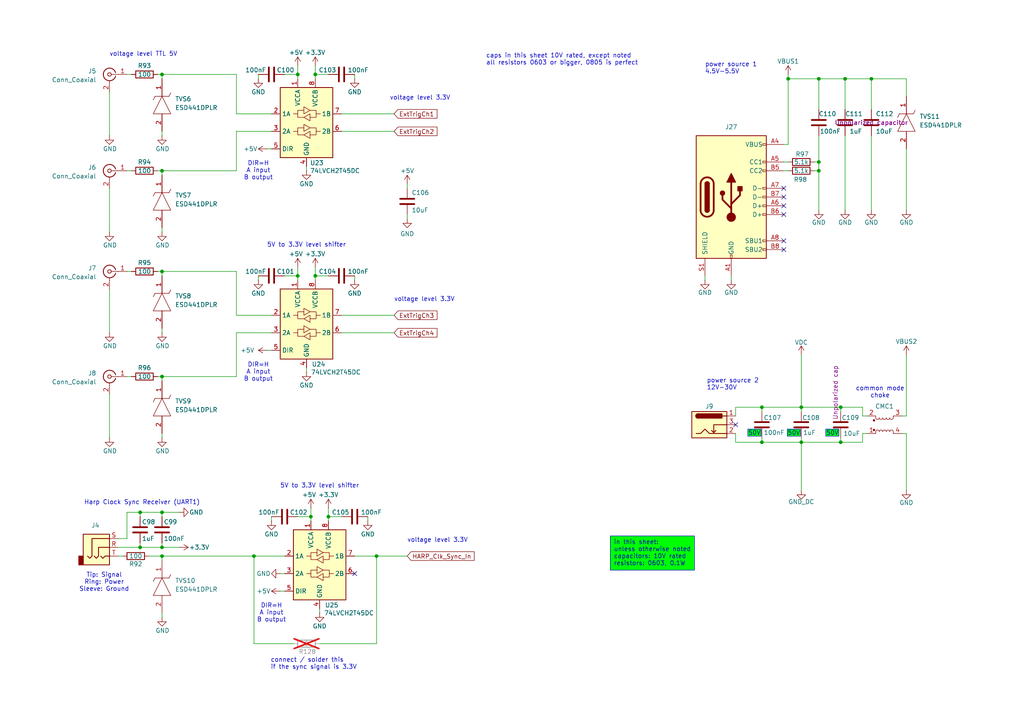
<source format=kicad_sch>
(kicad_sch (version 20250114) (generator "eeschema") (generator_version "9.0")
  (paper "A4")
  (title_block (title "harp device quad dac") (date "2025-07-15") (rev "1.1") (company "The Allen Institute") (comment 1 "Hexabitz"))
  (text "5V to 3.3V level shifter" (at 92.71 140.97 0) (effects (font (size 1.27 1.27))))
  (text "connect / solder this\nif the sync signal is 3.3V" (at 78.486 194.31 0) (effects (font (size 1.27 1.27)) (justify left bottom)))
  (text "voltage level 3.3V" (at 114.3 87.63 0) (effects (font (size 1.27 1.27)) (justify left bottom)))
  (text "caps in this sheet 10V rated, except noted\nall resistors 0603 or bigger, 0805 is perfect" (at 140.97 17.272 0) (effects (font (size 1.27 1.27)) (justify left)))
  (text "voltage level 3.3V" (at 118.11 157.48 0) (effects (font (size 1.27 1.27)) (justify left bottom)))
  (text "power source 1\n4.5V-5.5V" (at 204.47 21.59 0) (effects (font (size 1.27 1.27)) (justify left bottom)))
  (text "voltage level TTL 5V" (at 31.75 16.51 0) (effects (font (size 1.27 1.27)) (justify left bottom)))
  (text "common mode\nchoke" (at 255.27 115.57 0) (effects (font (size 1.27 1.27)) (justify bottom)))
  (text "voltage level 3.3V" (at 113.03 29.21 0) (effects (font (size 1.27 1.27)) (justify left bottom)))
  (text "Tip: Signal\nRing: Power\nSleeve: Ground" (at 30.226 168.91 0) (effects (font (size 1.27 1.27))))
  (text "power source 2\n12V-30V" (at 204.978 113.284 0) (effects (font (size 1.27 1.27)) (justify left bottom)))
  (text "DIR=H\nA input\nB output" (at 78.74 177.8 0) (effects (font (size 1.27 1.27))))
  (text "DIR=H\nA input\nB output" (at 74.93 49.53 0) (effects (font (size 1.27 1.27))))
  (text "Harp Clock Sync Receiver (UART1)" (at 24.384 146.558 0) (effects (font (size 1.27 1.27)) (justify left bottom)))
  (text "DIR=H\nA input\nB output" (at 74.93 107.95 0) (effects (font (size 1.27 1.27))))
  (text "5V to 3.3V level shifter" (at 88.9 71.12 0) (effects (font (size 1.27 1.27))))
  (text_box "in this sheet:\nunless otherwise noted\ncapacitors: 10V rated \nresistors: 0603, 0.1W" (at 177.038 155.448 0) (size 24.384 9.906) (margins 0.9525 0.9525 0.9525 0.9525) (fill (type color) (color 0 255 0 1)) (effects (font (size 1.27 1.27)) (justify left top)))
  (text_box "50V" (at 228.346 124.46 0) (size 3.81 2.032) (margins 0.9525 0.9525 0.9525 0.9525) (fill (type color) (color 0 255 0 1)) (effects (font (size 1.27 1.27))))
  (text_box "50V" (at 216.916 124.46 0) (size 3.81 2.032) (margins 0.9525 0.9525 0.9525 0.9525) (fill (type color) (color 0 255 0 1)) (effects (font (size 1.27 1.27))))
  (text_box "50V" (at 239.522 124.46 0) (size 3.81 2.032) (margins 0.9525 0.9525 0.9525 0.9525) (fill (type color) (color 0 255 0 1)) (effects (font (size 1.27 1.27))))
  (junction (at 46.99 78.74))
  (junction (at 232.41 118.11))
  (junction (at 237.49 22.86))
  (junction (at 46.99 161.29))
  (junction (at 40.64 148.59))
  (junction (at 237.49 46.99))
  (junction (at 220.98 128.27))
  (junction (at 86.36 80.01))
  (junction (at 46.99 21.59))
  (junction (at 243.84 128.27))
  (junction (at 90.17 149.86))
  (junction (at 232.41 128.27))
  (junction (at 245.11 22.86))
  (junction (at 46.99 109.22))
  (junction (at 95.25 149.86))
  (junction (at 86.36 21.59))
  (junction (at 46.99 158.75))
  (junction (at 40.64 158.75))
  (junction (at 91.44 21.59))
  (junction (at 243.84 118.11))
  (junction (at 237.49 49.53))
  (junction (at 46.99 49.53))
  (junction (at 73.66 161.29))
  (junction (at 228.6 22.86))
  (junction (at 109.22 161.29))
  (junction (at 220.98 118.11))
  (junction (at 252.73 22.86))
  (junction (at 91.44 80.01))
  (junction (at 46.99 148.59))
  (no_connect (at 102.87 166.37))
  (no_connect (at 213.36 123.19))
  (no_connect (at 227.33 62.23))
  (no_connect (at 227.33 54.61))
  (no_connect (at 227.33 59.69))
  (no_connect (at 227.33 57.15))
  (no_connect (at 227.33 69.85))
  (no_connect (at 227.33 72.39))
  (wire (pts (xy 213.36 120.65) (xy 213.36 118.11)))
  (wire (pts (xy 46.99 148.59) (xy 52.07 148.59)))
  (wire (pts (xy 237.49 22.86) (xy 245.11 22.86)))
  (wire (pts (xy 262.89 27.94) (xy 262.89 22.86)))
  (wire (pts (xy 109.22 186.69) (xy 92.71 186.69)))
  (wire (pts (xy 46.99 127) (xy 46.99 125.73)))
  (wire (pts (xy 86.36 21.59) (xy 86.36 22.86)))
  (wire (pts (xy 31.75 127) (xy 31.75 114.3)))
  (wire (pts (xy 31.75 39.37) (xy 31.75 26.67)))
  (wire (pts (xy 251.46 120.65) (xy 250.19 120.65)))
  (wire (pts (xy 86.36 77.47) (xy 86.36 80.01)))
  (wire (pts (xy 82.55 21.59) (xy 86.36 21.59)))
  (wire (pts (xy 220.98 128.27) (xy 232.41 128.27)))
  (wire (pts (xy 46.99 109.22) (xy 68.58 109.22)))
  (wire (pts (xy 237.49 22.86) (xy 237.49 31.75)))
  (wire (pts (xy 34.29 156.21) (xy 36.83 156.21)))
  (wire (pts (xy 204.47 81.28) (xy 204.47 80.01)))
  (wire (pts (xy 220.98 127) (xy 220.98 128.27)))
  (wire (pts (xy 262.89 43.18) (xy 262.89 60.96)))
  (wire (pts (xy 31.75 96.52) (xy 31.75 83.82)))
  (wire (pts (xy 220.98 118.11) (xy 220.98 119.38)))
  (wire (pts (xy 118.11 53.34) (xy 118.11 54.61)))
  (wire (pts (xy 243.84 127) (xy 243.84 128.27)))
  (wire (pts (xy 77.47 101.6) (xy 78.74 101.6)))
  (wire (pts (xy 74.93 22.86) (xy 74.93 21.59)))
  (wire (pts (xy 237.49 39.37) (xy 237.49 46.99)))
  (wire (pts (xy 252.73 22.86) (xy 252.73 31.75)))
  (wire (pts (xy 86.36 80.01) (xy 86.36 81.28)))
  (wire (pts (xy 220.98 118.11) (xy 232.41 118.11)))
  (wire (pts (xy 261.62 125.73) (xy 262.89 125.73)))
  (wire (pts (xy 91.44 80.01) (xy 91.44 81.28)))
  (wire (pts (xy 36.83 21.59) (xy 38.1 21.59)))
  (wire (pts (xy 250.19 125.73) (xy 250.19 128.27)))
  (wire (pts (xy 73.66 186.69) (xy 73.66 161.29)))
  (wire (pts (xy 227.33 49.53) (xy 228.6 49.53)))
  (wire (pts (xy 232.41 128.27) (xy 243.84 128.27)))
  (wire (pts (xy 99.06 33.02) (xy 114.3 33.02)))
  (wire (pts (xy 43.18 161.29) (xy 46.99 161.29)))
  (wire (pts (xy 81.28 171.45) (xy 82.55 171.45)))
  (wire (pts (xy 102.87 161.29) (xy 109.22 161.29)))
  (wire (pts (xy 86.36 149.86) (xy 90.17 149.86)))
  (wire (pts (xy 236.22 46.99) (xy 237.49 46.99)))
  (wire (pts (xy 109.22 161.29) (xy 118.11 161.29)))
  (wire (pts (xy 252.73 22.86) (xy 245.11 22.86)))
  (wire (pts (xy 232.41 118.11) (xy 232.41 119.38)))
  (wire (pts (xy 46.99 157.48) (xy 46.99 158.75)))
  (wire (pts (xy 40.64 148.59) (xy 40.64 149.86)))
  (wire (pts (xy 73.66 161.29) (xy 82.55 161.29)))
  (wire (pts (xy 46.99 66.04) (xy 46.99 67.31)))
  (wire (pts (xy 262.89 120.65) (xy 262.89 102.87)))
  (wire (pts (xy 228.6 22.86) (xy 237.49 22.86)))
  (wire (pts (xy 36.83 156.21) (xy 36.83 148.59)))
  (wire (pts (xy 46.99 158.75) (xy 52.07 158.75)))
  (wire (pts (xy 213.36 125.73) (xy 213.36 128.27)))
  (wire (pts (xy 34.29 161.29) (xy 35.56 161.29)))
  (wire (pts (xy 212.09 81.28) (xy 212.09 80.01)))
  (wire (pts (xy 34.29 158.75) (xy 40.64 158.75)))
  (wire (pts (xy 245.11 39.37) (xy 245.11 60.96)))
  (wire (pts (xy 36.83 78.74) (xy 38.1 78.74)))
  (wire (pts (xy 102.87 22.86) (xy 102.87 21.59)))
  (wire (pts (xy 91.44 80.01) (xy 95.25 80.01)))
  (wire (pts (xy 90.17 149.86) (xy 90.17 151.13)))
  (wire (pts (xy 227.33 41.91) (xy 228.6 41.91)))
  (wire (pts (xy 250.19 120.65) (xy 250.19 118.11)))
  (wire (pts (xy 78.74 38.1) (xy 68.58 38.1)))
  (wire (pts (xy 251.46 125.73) (xy 250.19 125.73)))
  (wire (pts (xy 68.58 78.74) (xy 68.58 91.44)))
  (wire (pts (xy 68.58 33.02) (xy 68.58 21.59)))
  (wire (pts (xy 95.25 149.86) (xy 99.06 149.86)))
  (wire (pts (xy 252.73 60.96) (xy 252.73 39.37)))
  (wire (pts (xy 99.06 96.52) (xy 114.3 96.52)))
  (wire (pts (xy 45.72 49.53) (xy 46.99 49.53)))
  (wire (pts (xy 213.36 118.11) (xy 220.98 118.11)))
  (wire (pts (xy 106.68 151.13) (xy 106.68 149.86)))
  (wire (pts (xy 99.06 38.1) (xy 114.3 38.1)))
  (wire (pts (xy 46.99 80.01) (xy 46.99 78.74)))
  (wire (pts (xy 31.75 67.31) (xy 31.75 54.61)))
  (wire (pts (xy 95.25 149.86) (xy 95.25 151.13)))
  (wire (pts (xy 68.58 38.1) (xy 68.58 49.53)))
  (wire (pts (xy 99.06 91.44) (xy 114.3 91.44)))
  (wire (pts (xy 237.49 49.53) (xy 237.49 60.96)))
  (wire (pts (xy 232.41 128.27) (xy 232.41 142.24)))
  (wire (pts (xy 261.62 120.65) (xy 262.89 120.65)))
  (wire (pts (xy 237.49 49.53) (xy 237.49 46.99)))
  (wire (pts (xy 82.55 80.01) (xy 86.36 80.01)))
  (wire (pts (xy 243.84 118.11) (xy 243.84 119.38)))
  (wire (pts (xy 45.72 78.74) (xy 46.99 78.74)))
  (wire (pts (xy 245.11 22.86) (xy 245.11 31.75)))
  (wire (pts (xy 102.87 81.28) (xy 102.87 80.01)))
  (wire (pts (xy 46.99 110.49) (xy 46.99 109.22)))
  (wire (pts (xy 262.89 22.86) (xy 252.73 22.86)))
  (wire (pts (xy 243.84 128.27) (xy 250.19 128.27)))
  (wire (pts (xy 46.99 162.56) (xy 46.99 161.29)))
  (wire (pts (xy 77.47 43.18) (xy 78.74 43.18)))
  (wire (pts (xy 91.44 21.59) (xy 95.25 21.59)))
  (wire (pts (xy 46.99 161.29) (xy 73.66 161.29)))
  (wire (pts (xy 95.25 147.32) (xy 95.25 149.86)))
  (wire (pts (xy 109.22 161.29) (xy 109.22 186.69)))
  (wire (pts (xy 40.64 148.59) (xy 46.99 148.59)))
  (wire (pts (xy 88.9 48.26) (xy 88.9 49.53)))
  (wire (pts (xy 81.28 166.37) (xy 82.55 166.37)))
  (wire (pts (xy 232.41 127) (xy 232.41 128.27)))
  (wire (pts (xy 262.89 142.24) (xy 262.89 125.73)))
  (wire (pts (xy 78.74 91.44) (xy 68.58 91.44)))
  (wire (pts (xy 227.33 46.99) (xy 228.6 46.99)))
  (wire (pts (xy 243.84 118.11) (xy 250.19 118.11)))
  (wire (pts (xy 228.6 22.86) (xy 228.6 41.91)))
  (wire (pts (xy 40.64 158.75) (xy 46.99 158.75)))
  (wire (pts (xy 40.64 157.48) (xy 40.64 158.75)))
  (wire (pts (xy 36.83 148.59) (xy 40.64 148.59)))
  (wire (pts (xy 68.58 96.52) (xy 68.58 109.22)))
  (wire (pts (xy 228.6 22.86) (xy 228.6 21.59)))
  (wire (pts (xy 46.99 22.86) (xy 46.99 21.59)))
  (wire (pts (xy 92.71 176.53) (xy 92.71 177.8)))
  (wire (pts (xy 78.74 33.02) (xy 68.58 33.02)))
  (wire (pts (xy 85.09 186.69) (xy 73.66 186.69)))
  (wire (pts (xy 236.22 49.53) (xy 237.49 49.53)))
  (wire (pts (xy 90.17 147.32) (xy 90.17 149.86)))
  (wire (pts (xy 46.99 21.59) (xy 45.72 21.59)))
  (wire (pts (xy 232.41 102.87) (xy 232.41 118.11)))
  (wire (pts (xy 46.99 21.59) (xy 68.58 21.59)))
  (wire (pts (xy 86.36 19.05) (xy 86.36 21.59)))
  (wire (pts (xy 46.99 177.8) (xy 46.99 179.07)))
  (wire (pts (xy 118.11 62.23) (xy 118.11 63.5)))
  (wire (pts (xy 36.83 109.22) (xy 38.1 109.22)))
  (wire (pts (xy 45.72 109.22) (xy 46.99 109.22)))
  (wire (pts (xy 46.99 78.74) (xy 68.58 78.74)))
  (wire (pts (xy 88.9 106.68) (xy 88.9 107.95)))
  (wire (pts (xy 46.99 49.53) (xy 68.58 49.53)))
  (wire (pts (xy 46.99 96.52) (xy 46.99 95.25)))
  (wire (pts (xy 232.41 118.11) (xy 243.84 118.11)))
  (wire (pts (xy 46.99 50.8) (xy 46.99 49.53)))
  (wire (pts (xy 46.99 148.59) (xy 46.99 149.86)))
  (wire (pts (xy 36.83 49.53) (xy 38.1 49.53)))
  (wire (pts (xy 74.93 81.28) (xy 74.93 80.01)))
  (wire (pts (xy 78.74 96.52) (xy 68.58 96.52)))
  (wire (pts (xy 213.36 128.27) (xy 220.98 128.27)))
  (wire (pts (xy 91.44 21.59) (xy 91.44 22.86)))
  (wire (pts (xy 91.44 77.47) (xy 91.44 80.01)))
  (wire (pts (xy 91.44 19.05) (xy 91.44 21.59)))
  (wire (pts (xy 78.74 151.13) (xy 78.74 149.86)))
  (wire (pts (xy 46.99 39.37) (xy 46.99 38.1)))
  (global_label "ExtTrigCh4" (shape input) (at 114.3 96.52 0) (property "Intersheetrefs" "${INTERSHEET_REFS}" (effects (hide yes))))
  (global_label "ExtTrigCh2" (shape input) (at 114.3 38.1 0) (property "Intersheetrefs" "${INTERSHEET_REFS}" (effects (hide yes))))
  (global_label "ExtTrigCh3" (shape input) (at 114.3 91.44 0) (property "Intersheetrefs" "${INTERSHEET_REFS}" (effects (hide yes))))
  (global_label "ExtTrigCh1" (shape input) (at 114.3 33.02 0) (property "Intersheetrefs" "${INTERSHEET_REFS}" (effects (hide yes))))
  (global_label "HARP_Clk_Sync_In" (shape input) (at 118.11 161.29 0) (property "Intersheetrefs" "${INTERSHEET_REFS}" (effects (hide yes))))
  (symbol (lib_id "harp.device.quad.dac:74LVCH2T45DC") (at 88.9 35.56 0) (unit 1)
    (property "Reference" "U23" (at 89.916 47.244 0) (effects (justify left)))
    (property "Value" "74LVCH2T45DC" (at 89.916 49.53 0) (effects (justify left)))
    (property "Footprint" "harp.device.quad.dac.kicad:VSSOP-8_2.3x2mm_P0.5mm" (effects (hide yes)))
    (property "Datasheet" "https://assets.nexperia.com/documents/data-sheet/74LVC_LVCH2T45.pdf" (effects (hide yes)))
    (property "Description" "Dual supply translating transceiver with bus-hold for unused/floating inputs, 3-state, 2-bit, VSSOP-8" (effects (hide yes)))
    (property "Link" "https://www.digikey.com/en/products/detail/nexperia-usa-inc/74LVCH2T45DC-125/2530613" (effects (hide yes)))
    (property "Manufacturer" "Nexperia USA Inc." (effects (hide yes)))
    (property "Manufacturer Number" "74LVCH2T45DC,125" (effects (hide yes)))
    (instances (project "harp.device.quad.dac" (path "" (reference "U23") (unit 1))) (project "multi_ch_harp_dac" (path "" (reference "U?") (unit 1))))
  )
  (symbol (lib_id "power:GND") (at 106.68 151.13 0) (unit 1)
    (property "Reference" "#PWR0204" (effects (hide yes)))
    (property "Value" "GND" (at 106.68 154.94 0))
    (property "Description" "Power symbol creates a global label with name \"GND\" , ground" (effects (hide yes)))
    (instances (project "harp.device.quad.dac" (path "" (reference "#PWR0204") (unit 1))) (project "multi_ch_harp_dac" (path "" (reference "#PWR?") (unit 1))))
  )
  (symbol (lib_id "harp.device.quad.dac:USB_C_Receptacle_USB2.0") (at 212.09 57.15 0) (unit 1)
    (property "Reference" "J27" (at 212.09 36.83 0))
    (property "Value" "USB_C_Receptacle_USB2.0" (effects (hide yes)))
    (property "Footprint" "harp.device.quad.dac.kicad:USB_C_Receptacle_JAE_DX07S016JA1R1500" (effects (hide yes)))
    (property "Datasheet" "https://www.usb.org/sites/default/files/documents/usb_type-c.zip" (effects (hide yes)))
    (property "Description" "USB 2.0-only Type-C Receptacle connector" (effects (hide yes)))
    (property "Link" "https://www.digikey.com/en/products/detail/jae-electronics/DX07S016JA1R1500/11585731?s=N4IgTCBcDaICIA0AMB2AykgjANgFIEFMAlTAViSRAF0BfIA" (effects (hide yes)))
    (property "Manufacturer" "JAE Electronics" (effects (hide yes)))
    (property "Manufacturer Number" "DX07S016JA1R1500" (effects (hide yes)))
    (property "PCBWay Link" "https://www.pcbway.com/components/detail/DX07S016JA1R1500/10895/" (effects (hide yes)))
  )
  (symbol (lib_id "harp.device.quad.dac:C_0603") (at 40.64 153.67 0) (unit 1)
    (property "Reference" "C98" (at 41.148 151.384 0) (effects (justify left)))
    (property "Value" "1uF" (at 41.148 156.21 0) (effects (justify left)))
    (property "Footprint" "Capacitor_SMD:C_0603_1608Metric" (effects (hide yes)))
    (property "Description" "Unpolarized capacitor" (effects (hide yes)))
    (property "Notes" "must not be polarized" (effects (hide yes)))
    (property "Link" "https://www.digikey.com/en/products/detail/murata-electronics/GRM155R6YA105KE11J/4905163" (effects (hide yes)))
    (property "Manufacturer Number" "GRM155R6YA105KE11J" (effects (hide yes)))
    (property "Manufacturer" "Murata Electronics" (effects (hide yes)))
    (property "Rated Voltage" "35V" (effects (hide yes)))
    (property "Temperature Coefficient" "X5R" (effects (hide yes)))
    (instances (project "harp.device.quad.dac" (path "" (reference "C98") (unit 1))) (project "multi_ch_harp_dac" (path "" (reference "C?") (unit 1))))
  )
  (symbol (lib_id "harp.device.quad.dac:C_0603") (at 237.49 35.56 180) (unit 1)
    (property "Reference" "C110" (at 242.57 33.02 0) (effects (justify left)))
    (property "Value" "100nF" (at 243.84 38.1 0) (effects (justify left)))
    (property "Footprint" "Capacitor_SMD:C_0603_1608Metric" (effects (hide yes)))
    (property "Description" "Unpolarized capacitor" (effects (hide yes)))
    (property "Link" "https://www.digikey.com/en/products/detail/walsin-technology-corporation/0402B104K160CT/6707534" (effects (hide yes)))
    (property "Manufacturer" "Walson Technology Corporation" (effects (hide yes)))
    (property "Manufacturer Number" "0402B104K160CT" (effects (hide yes)))
    (property "Rated Voltage" "16V" (effects (hide yes)))
    (property "Temperature Coefficient" "X7R" (effects (hide yes)))
    (property "Tolerance" "10%" (effects (hide yes)))
    (property "PCBWay Link" "https://www.pcbway.com/components/detail/0402B104K160CT/307171/" (effects (hide yes)))
    (instances (project "harp.device.quad.dac" (path "" (reference "C110") (unit 1))) (project "multi_ch_harp_dac" (path "" (reference "C?") (unit 1))))
  )
  (symbol (lib_id "harp.device.quad.dac:ESD441DPLR") (at 46.99 80.01 270) (unit 1)
    (property "Reference" "TVS8" (at 50.8 85.8519 90) (effects (justify left)))
    (property "Value" "ESD441DPLR" (at 50.8 88.3919 90) (effects (justify left)))
    (property "Footprint" "ESD441DPLR" (effects (hide yes)))
    (property "Datasheet" "https://www.ti.com/lit/ds/symlink/esd441.pdf?ts=1730589139389&ref_url=https%253A%252F%252Fapp.ultralibrarian.com%252F" (effects (hide yes)))
    (property "Description" "ESD Suppressors / TVS Diodes 1-pF, 5.5-V, 30-KV ESD protection device in 0201 package 2-X2SON -40 to 125" (effects (hide yes)))
    (property "Description_1" "ESD Suppressors / TVS Diodes 1-pF, 5.5-V, 30-KV ESD protection device in 0201 package 2-X2SON -40 to 125" (effects (hide yes)))
    (property "Height" "0.32" (effects (hide yes)))
    (property "Manufacturer_Name" "Texas Instruments" (effects (hide yes)))
    (property "Manufacturer_Part_Number" "ESD441DPLR" (effects (hide yes)))
    (property "Mouser Part Number" "595-ESD441DPLR" (effects (hide yes)))
    (property "Mouser Price/Stock" "https://www.mouser.co.uk/ProductDetail/Texas-Instruments/ESD441DPLR?qs=1Kr7Jg1SGW9UQFJqGMkN7Q%3D%3D" (effects (hide yes)))
    (property "Arrow Part Number" "ESD441DPLR" (effects (hide yes)))
    (property "Arrow Price/Stock" "https://www.arrow.com/en/products/esd441dplr/texas-instruments?utm_currency=USD&region=nac" (effects (hide yes)))
    (instances (project "harp.device.quad.dac" (path "" (reference "TVS8") (unit 1))) (project "multi_ch_harp_dac" (path "" (reference "TVS?") (unit 1))))
  )
  (symbol (lib_id "harp.device.quad.dac:Barrel_Jack_Switch") (at 205.74 123.19 0) (unit 1)
    (property "Reference" "J9" (at 205.74 117.856 0))
    (property "Value" "Barrel_Jack_Switch" (effects (hide yes)))
    (property "Footprint" "Connector_BarrelJack:BarrelJack_CUI_PJ-102AH_Horizontal" (effects (hide yes)))
    (property "Description" "DC Barrel Jack with an internal switch" (effects (hide yes)))
    (property "Link" "https://www.digikey.com/en/products/detail/cui-devices/PJ-102AH/408448" (effects (hide yes)))
    (property "Manufacturer Number" "PJ-102AH" (effects (hide yes)))
    (property "PCBWay Link" "https://www.pcbway.com/components/detail/PJ102AH/484087/" (effects (hide yes)))
    (property "Manufacturer" "CUI Devices" (effects (hide yes)))
    (instances (project "harp.device.quad.dac" (path "" (reference "J9") (unit 1))) (project "multi_ch_harp_dac" (path "" (reference "J?") (unit 1))))
  )
  (symbol (lib_id "harp.device.quad.dac:R_0603") (at 232.41 49.53 90) (unit 1)
    (property "Reference" "R98" (at 232.156 52.07 90))
    (property "Value" "5.1k" (at 232.41 49.53 90))
    (property "Footprint" "Resistor_SMD:R_0603_1608Metric" (effects (hide yes)))
    (property "Description" "Resistor" (effects (hide yes)))
    (property "Link" "https://www.digikey.com/en/products/detail/yageo/RT0402FRE075K1L/1072083" (effects (hide yes)))
    (property "Manufacturer" "Yageo" (effects (hide yes)))
    (property "Manufacturer Number" "RT0402FRE075K1L" (effects (hide yes)))
    (property "Tolerance" "1%" (effects (hide yes)))
    (property "PCBWay Link" "https://www.pcbway.com/components/detail/RT0402FRE075K1L/449762/" (effects (hide yes)))
    (instances (project "harp.device.quad.dac" (path "" (reference "R98") (unit 1))) (project "multi_ch_harp_dac" (path "" (reference "R?") (unit 1))))
  )
  (symbol (lib_id "power:GND") (at 46.99 39.37 0) (unit 1)
    (property "Reference" "#PWR0179" (effects (hide yes)))
    (property "Value" "GND" (at 45.085 43.18 0) (effects (justify left)))
    (property "Description" "Power symbol creates a global label with name \"GND\" , ground" (effects (hide yes)))
    (instances (project "harp.device.quad.dac" (path "" (reference "#PWR0179") (unit 1))) (project "multi_ch_harp_dac" (path "" (reference "#PWR?") (unit 1))))
  )
  (symbol (lib_id "power:GND") (at 237.49 60.96 0) (unit 1)
    (property "Reference" "#PWR0212" (effects (hide yes)))
    (property "Value" "GND" (at 237.49 64.516 0))
    (property "Description" "Power symbol creates a global label with name \"GND\" , ground" (effects (hide yes)))
    (instances (project "harp.device.quad.dac" (path "" (reference "#PWR0212") (unit 1))) (project "multi_ch_harp_dac" (path "" (reference "#PWR?") (unit 1))))
  )
  (symbol (lib_id "power:GND") (at 74.93 81.28 0) (unit 1)
    (property "Reference" "#PWR0187" (effects (hide yes)))
    (property "Value" "GND" (at 74.93 85.09 0))
    (property "Description" "Power symbol creates a global label with name \"GND\" , ground" (effects (hide yes)))
    (instances (project "harp.device.quad.dac" (path "" (reference "#PWR0187") (unit 1))) (project "multi_ch_harp_dac" (path "" (reference "#PWR?") (unit 1))))
  )
  (symbol (lib_id "harp.device.quad.dac:C_0603") (at 252.73 35.56 0) (unit 1)
    (property "Reference" "C112" (at 254 33.02 0) (effects (justify left)))
    (property "Value" "10uF" (at 254 38.1 0) (effects (justify left)))
    (property "Footprint" "Capacitor_SMD:C_0603_1608Metric" (effects (hide yes)))
    (property "Description" "Unpolarized capacitor" (at 252.73 35.56 0))
    (property "Link" "https://www.digikey.com/en/products/detail/murata-electronics/GRM21BZ71E106KE15L/13904911" (effects (hide yes)))
    (property "Manufacturer Number" "GRM21BZ71E106KE15L" (effects (hide yes)))
    (property "Rated Voltage" "25V" (effects (hide yes)))
    (property "Temperature Coefficient" "X7R" (effects (hide yes)))
    (property "Manufacturer" "Murata Electronics" (effects (hide yes)))
    (instances (project "harp.device.quad.dac" (path "" (reference "C112") (unit 1))) (project "multi_ch_harp_dac" (path "" (reference "C?") (unit 1))))
  )
  (symbol (lib_id "power:GND") (at 92.71 177.8 0) (unit 1)
    (property "Reference" "#PWR0200" (effects (hide yes)))
    (property "Value" "GND" (at 92.71 181.61 0))
    (property "Description" "Power symbol creates a global label with name \"GND\" , ground" (effects (hide yes)))
    (instances (project "harp.device.quad.dac" (path "" (reference "#PWR0200") (unit 1))) (project "multi_ch_harp_dac" (path "" (reference "#PWR?") (unit 1))))
  )
  (symbol (lib_id "harp.device.quad.dac:C_0603") (at 220.98 123.19 180) (unit 1)
    (property "Reference" "C107" (at 221.488 121.158 0) (effects (justify right)))
    (property "Value" "100nF" (at 221.488 125.476 0) (effects (justify right)))
    (property "Footprint" "Capacitor_SMD:C_0603_1608Metric" (effects (hide yes)))
    (property "Description" "Unpolarized capacitor" (effects (hide yes)))
    (property "Link" "https://www.digikey.com/en/products/detail/walsin-technology-corporation/0402B104K160CT/6707534" (effects (hide yes)))
    (property "Manufacturer" "Walson Technology Corporation" (effects (hide yes)))
    (property "Manufacturer Number" "0402B104K160CT" (effects (hide yes)))
    (property "Rated Voltage" "16V" (effects (hide yes)))
    (property "Temperature Coefficient" "X7R" (effects (hide yes)))
    (property "Tolerance" "10%" (effects (hide yes)))
    (property "PCBWay Link" "https://www.pcbway.com/components/detail/0402B104K160CT/307171/" (effects (hide yes)))
    (instances (project "harp.device.quad.dac" (path "" (reference "C107") (unit 1))) (project "multi_ch_harp_dac" (path "" (reference "C?") (unit 1))))
  )
  (symbol (lib_id "power:GND") (at 262.89 142.24 0) (unit 1)
    (property "Reference" "#PWR0217" (effects (hide yes)))
    (property "Value" "GND" (at 262.89 145.796 0))
    (property "Description" "Power symbol creates a global label with name \"GND\" , ground" (effects (hide yes)))
    (instances (project "harp.device.quad.dac" (path "" (reference "#PWR0217") (unit 1))) (project "multi_ch_harp_dac" (path "" (reference "#PWR?") (unit 1))))
  )
  (symbol (lib_id "power:+3.3V") (at 91.44 77.47 0) (unit 1)
    (property "Reference" "#PWR0199" (effects (hide yes)))
    (property "Value" "+3.3V" (at 91.44 73.66 0))
    (property "Description" "Power symbol creates a global label with name \"+3.3V\"" (effects (hide yes)))
    (instances (project "harp.device.quad.dac" (path "" (reference "#PWR0199") (unit 1))) (project "multi_ch_harp_dac" (path "" (reference "#PWR?") (unit 1))))
  )
  (symbol (lib_id "power:GND") (at 118.11 63.5 0) (unit 1)
    (property "Reference" "#PWR0206" (effects (hide yes)))
    (property "Value" "GND" (at 118.11 67.818 0))
    (property "Description" "Power symbol creates a global label with name \"GND\" , ground" (effects (hide yes)))
    (instances (project "harp.device.quad.dac" (path "" (reference "#PWR0206") (unit 1))) (project "multi_ch_harp_dac" (path "" (reference "#PWR?") (unit 1))))
  )
  (symbol (lib_id "power:+3.3V") (at 95.25 147.32 0) (unit 1)
    (property "Reference" "#PWR0201" (effects (hide yes)))
    (property "Value" "+3.3V" (at 95.25 143.51 0))
    (property "Description" "Power symbol creates a global label with name \"+3.3V\"" (effects (hide yes)))
    (instances (project "harp.device.quad.dac" (path "" (reference "#PWR0201") (unit 1))) (project "multi_ch_harp_dac" (path "" (reference "#PWR?") (unit 1))))
  )
  (symbol (lib_id "harp.device.quad.dac:C_0603") (at 243.84 123.19 0) (unit 1)
    (property "Reference" "C109" (at 244.094 121.158 0) (effects (justify left)))
    (property "Value" "10uF" (at 244.602 125.73 0) (effects (justify left)))
    (property "Footprint" "Capacitor_SMD:C_0603_1608Metric" (effects (hide yes)))
    (property "Description" "Unpolarized cap" (at 242.316 105.918 90) (effects (justify right)))
    (property "Link" "https://www.digikey.com/en/products/detail/murata-electronics/GRM21BZ71E106KE15L/13904911" (effects (hide yes)))
    (property "Manufacturer Number" "GRM21BZ71E106KE15L" (effects (hide yes)))
    (property "Rated Voltage" "25V" (effects (hide yes)))
    (property "Temperature Coefficient" "X7R" (effects (hide yes)))
    (property "Manufacturer" "Murata Electronics" (effects (hide yes)))
    (instances (project "harp.device.quad.dac" (path "" (reference "C109") (unit 1))) (project "multi_ch_harp_dac" (path "" (reference "C?") (unit 1))))
  )
  (symbol (lib_id "harp.device.quad.dac:C_0603") (at 102.87 149.86 270) (unit 1)
    (property "Reference" "C105" (at 101.346 148.59 90) (effects (justify right)))
    (property "Value" "100nF" (at 104.648 148.59 90) (effects (justify left)))
    (property "Footprint" "Capacitor_SMD:C_0603_1608Metric" (effects (hide yes)))
    (property "Description" "Unpolarized capacitor" (effects (hide yes)))
    (property "Link" "https://www.digikey.com/en/products/detail/walsin-technology-corporation/0402B104K160CT/6707534" (effects (hide yes)))
    (property "Manufacturer" "Walson Technology Corporation" (effects (hide yes)))
    (property "Manufacturer Number" "0402B104K160CT" (effects (hide yes)))
    (property "Rated Voltage" "16V" (effects (hide yes)))
    (property "Temperature Coefficient" "X7R" (effects (hide yes)))
    (property "Tolerance" "10%" (effects (hide yes)))
    (property "PCBWay Link" "https://www.pcbway.com/components/detail/0402B104K160CT/307171/" (effects (hide yes)))
    (instances (project "harp.device.quad.dac" (path "" (reference "C105") (unit 1))) (project "multi_ch_harp_dac" (path "" (reference "C?") (unit 1))))
  )
  (symbol (lib_id "power:GND") (at 262.89 60.96 0) (unit 1)
    (property "Reference" "#PWR0215" (effects (hide yes)))
    (property "Value" "GND" (at 262.89 64.516 0))
    (property "Description" "Power symbol creates a global label with name \"GND\" , ground" (effects (hide yes)))
    (instances (project "harp.device.quad.dac" (path "" (reference "#PWR0215") (unit 1))) (project "multi_ch_harp_dac" (path "" (reference "#PWR?") (unit 1))))
  )
  (symbol (lib_id "power:+3.3V") (at 52.07 158.75 270) (unit 1)
    (property "Reference" "#PWR0185" (effects (hide yes)))
    (property "Value" "+3.3V" (at 57.785 158.75 90))
    (property "Description" "Power symbol creates a global label with name \"+3.3V\"" (effects (hide yes)))
    (instances (project "harp.device.quad.dac" (path "" (reference "#PWR0185") (unit 1))) (project "multi_ch_harp_dac" (path "" (reference "#PWR?") (unit 1))))
  )
  (symbol (lib_id "harp.device.quad.dac:Conn_Coaxial") (at 31.75 49.53 0) (mirror y) (unit 1)
    (property "Reference" "J6" (at 27.94 48.5531 0) (effects (justify left)))
    (property "Value" "Conn_Coaxial" (at 27.94 51.0931 0) (effects (justify left)))
    (property "Footprint" "harp.device.quad.dac.kicad:SMA_TE_Connectivity_CONSMA002-SMD-G-T_Horizontal" (effects (hide yes)))
    (property "Description" "coaxial connector (BNC, SMA, SMB, SMC, Cinch/RCA, LEMO, ...)" (effects (hide yes)))
    (instances (project "harp.device.quad.dac" (path "" (reference "J6") (unit 1))) (project "multi_ch_harp_dac" (path "" (reference "J?") (unit 1))))
  )
  (symbol (lib_id "power:+3.3V") (at 77.47 101.6 90) (unit 1)
    (property "Reference" "#PWR0189" (effects (hide yes)))
    (property "Value" "+5V" (at 71.755 101.6 90))
    (property "Description" "Power symbol creates a global label with name \"+3.3V\"" (effects (hide yes)))
    (instances (project "harp.device.quad.dac" (path "" (reference "#PWR0189") (unit 1))) (project "multi_ch_harp_dac" (path "" (reference "#PWR?") (unit 1))))
  )
  (symbol (lib_id "harp.device.quad.dac:74LVCH2T45DC") (at 92.71 163.83 0) (unit 1)
    (property "Reference" "U25" (at 94.234 175.514 0) (effects (justify left)))
    (property "Value" "74LVCH2T45DC" (at 93.98 177.8 0) (effects (justify left)))
    (property "Footprint" "harp.device.quad.dac.kicad:VSSOP-8_2.3x2mm_P0.5mm" (effects (hide yes)))
    (property "Datasheet" "https://assets.nexperia.com/documents/data-sheet/74LVC_LVCH2T45.pdf" (effects (hide yes)))
    (property "Description" "Dual supply translating transceiver with bus-hold for unused/floating inputs, 3-state, 2-bit, VSSOP-8" (effects (hide yes)))
    (property "Link" "https://www.digikey.com/en/products/detail/nexperia-usa-inc/74LVCH2T45DC-125/2530613" (effects (hide yes)))
    (property "Manufacturer" "Nexperia USA Inc." (effects (hide yes)))
    (property "Manufacturer Number" "74LVCH2T45DC,125" (effects (hide yes)))
    (instances (project "harp.device.quad.dac" (path "" (reference "U25") (unit 1))) (project "multi_ch_harp_dac" (path "" (reference "U?") (unit 1))))
  )
  (symbol (lib_id "power:GND") (at 204.47 81.28 0) (unit 1)
    (property "Reference" "#PWR0207" (effects (hide yes)))
    (property "Value" "GND" (at 204.47 84.836 0))
    (property "Description" "Power symbol creates a global label with name \"GND\" , ground" (effects (hide yes)))
    (instances (project "harp.device.quad.dac" (path "" (reference "#PWR0207") (unit 1))) (project "multi_ch_harp_dac" (path "" (reference "#PWR?") (unit 1))))
  )
  (symbol (lib_id "power:+3.3V") (at 228.6 21.59 0) (unit 1)
    (property "Reference" "#PWR0209" (effects (hide yes)))
    (property "Value" "VBUS1" (at 228.6 17.78 0))
    (property "Description" "Power symbol creates a global label with name \"+3.3V\"" (effects (hide yes)))
    (instances (project "harp.device.quad.dac" (path "" (reference "#PWR0209") (unit 1))) (project "multi_ch_harp_dac" (path "" (reference "#PWR?") (unit 1))))
  )
  (symbol (lib_id "harp.device.quad.dac:R_0603") (at 41.91 109.22 90) (unit 1)
    (property "Reference" "R96" (at 41.91 106.68 90))
    (property "Value" "100" (at 41.91 109.22 90))
    (property "Footprint" "Resistor_SMD:R_0603_1608Metric" (effects (hide yes)))
    (property "Description" "Resistor" (effects (hide yes)))
    (property "Tolerance" "1%" (effects (hide yes)))
    (property "Link" "https://www.digikey.com/en/products/detail/yageo/RT0402BRD071KL/1069118" (effects (hide yes)))
    (property "Manufacturer" "Yageo" (effects (hide yes)))
    (property "Manufacturer Number" "RT0402BRD071KL" (effects (hide yes)))
    (instances (project "harp.device.quad.dac" (path "" (reference "R96") (unit 1))) (project "multi_ch_harp_dac" (path "" (reference "R?") (unit 1))))
  )
  (symbol (lib_id "harp.device.quad.dac:R_0603") (at 41.91 49.53 90) (unit 1)
    (property "Reference" "R94" (at 41.91 46.99 90))
    (property "Value" "100" (at 41.91 49.53 90))
    (property "Footprint" "Resistor_SMD:R_0603_1608Metric" (effects (hide yes)))
    (property "Description" "Resistor" (effects (hide yes)))
    (property "Tolerance" "1%" (effects (hide yes)))
    (property "Link" "https://www.digikey.com/en/products/detail/yageo/RT0402BRD071KL/1069118" (effects (hide yes)))
    (property "Manufacturer" "Yageo" (effects (hide yes)))
    (property "Manufacturer Number" "RT0402BRD071KL" (effects (hide yes)))
    (instances (project "harp.device.quad.dac" (path "" (reference "R94") (unit 1))) (project "multi_ch_harp_dac" (path "" (reference "R?") (unit 1))))
  )
  (symbol (lib_id "harp.device.quad.dac:Conn_Coaxial") (at 31.75 109.22 0) (mirror y) (unit 1)
    (property "Reference" "J8" (at 27.94 108.2431 0) (effects (justify left)))
    (property "Value" "Conn_Coaxial" (at 27.94 110.7831 0) (effects (justify left)))
    (property "Footprint" "harp.device.quad.dac.kicad:SMA_TE_Connectivity_CONSMA002-SMD-G-T_Horizontal" (effects (hide yes)))
    (property "Description" "coaxial connector (BNC, SMA, SMB, SMC, Cinch/RCA, LEMO, ...)" (effects (hide yes)))
    (instances (project "harp.device.quad.dac" (path "" (reference "J8") (unit 1))) (project "multi_ch_harp_dac" (path "" (reference "J?") (unit 1))))
  )
  (symbol (lib_id "harp.device.quad.dac:Conn_Coaxial") (at 31.75 21.59 0) (mirror y) (unit 1)
    (property "Reference" "J5" (at 27.94 20.6131 0) (effects (justify left)))
    (property "Value" "Conn_Coaxial" (at 27.94 23.1531 0) (effects (justify left)))
    (property "Footprint" "harp.device.quad.dac.kicad:SMA_TE_Connectivity_CONSMA002-SMD-G-T_Horizontal" (effects (hide yes)))
    (property "Description" "coaxial connector (BNC, SMA, SMB, SMC, Cinch/RCA, LEMO, ...)" (effects (hide yes)))
    (instances (project "harp.device.quad.dac" (path "" (reference "J5") (unit 1))) (project "multi_ch_harp_dac" (path "" (reference "J?") (unit 1))))
  )
  (symbol (lib_id "harp.device.quad.dac:R_0603") (at 88.9 186.69 90) (unit 1) (exclude_from_sim yes) (in_bom no) (on_board no) (dnp yes)
    (property "Reference" "R128" (at 89.154 188.976 90))
    (property "Value" "0" (at 88.9 186.69 90))
    (property "Footprint" "Resistor_SMD:R_0603_1608Metric" (effects (hide yes)))
    (property "Description" "Resistor" (effects (hide yes)))
    (property "Tolerance" "1%" (effects (hide yes)))
    (property "Link" "https://www.digikey.com/en/products/detail/yageo/RT0402BRD071KL/1069118" (effects (hide yes)))
    (property "Manufacturer" "Yageo" (effects (hide yes)))
    (property "Manufacturer Number" "RT0402BRD071KL" (effects (hide yes)))
  )
  (symbol (lib_id "power:GND") (at 31.75 127 0) (unit 1)
    (property "Reference" "#PWR0178" (effects (hide yes)))
    (property "Value" "GND" (at 29.845 130.81 0) (effects (justify left)))
    (property "Description" "Power symbol creates a global label with name \"GND\" , ground" (effects (hide yes)))
    (instances (project "harp.device.quad.dac" (path "" (reference "#PWR0178") (unit 1))) (project "multi_ch_harp_dac" (path "" (reference "#PWR?") (unit 1))))
  )
  (symbol (lib_id "harp.device.quad.dac:ESD441DPLR") (at 46.99 22.86 270) (unit 1)
    (property "Reference" "TVS6" (at 50.8 28.7019 90) (effects (justify left)))
    (property "Value" "ESD441DPLR" (at 50.8 31.2419 90) (effects (justify left)))
    (property "Footprint" "ESD441DPLR" (effects (hide yes)))
    (property "Datasheet" "https://www.ti.com/lit/ds/symlink/esd441.pdf?ts=1730589139389&ref_url=https%253A%252F%252Fapp.ultralibrarian.com%252F" (effects (hide yes)))
    (property "Description" "ESD Suppressors / TVS Diodes 1-pF, 5.5-V, 30-KV ESD protection device in 0201 package 2-X2SON -40 to 125" (effects (hide yes)))
    (property "Description_1" "ESD Suppressors / TVS Diodes 1-pF, 5.5-V, 30-KV ESD protection device in 0201 package 2-X2SON -40 to 125" (effects (hide yes)))
    (property "Height" "0.32" (effects (hide yes)))
    (property "Manufacturer_Name" "Texas Instruments" (effects (hide yes)))
    (property "Manufacturer_Part_Number" "ESD441DPLR" (effects (hide yes)))
    (property "Mouser Part Number" "595-ESD441DPLR" (effects (hide yes)))
    (property "Mouser Price/Stock" "https://www.mouser.co.uk/ProductDetail/Texas-Instruments/ESD441DPLR?qs=1Kr7Jg1SGW9UQFJqGMkN7Q%3D%3D" (effects (hide yes)))
    (property "Arrow Part Number" "ESD441DPLR" (effects (hide yes)))
    (property "Arrow Price/Stock" "https://www.arrow.com/en/products/esd441dplr/texas-instruments?utm_currency=USD&region=nac" (effects (hide yes)))
    (instances (project "harp.device.quad.dac" (path "" (reference "TVS6") (unit 1))) (project "multi_ch_harp_dac" (path "" (reference "TVS?") (unit 1))))
  )
  (symbol (lib_id "harp.device.quad.dac:C_0603") (at 78.74 21.59 270) (unit 1)
    (property "Reference" "C100" (at 80.264 20.32 90) (effects (justify left)))
    (property "Value" "100nF" (at 77.216 20.32 90) (effects (justify right)))
    (property "Footprint" "Capacitor_SMD:C_0603_1608Metric" (effects (hide yes)))
    (property "Description" "Unpolarized capacitor" (effects (hide yes)))
    (property "Link" "https://www.digikey.com/en/products/detail/walsin-technology-corporation/0402B104K160CT/6707534" (effects (hide yes)))
    (property "Manufacturer" "Walson Technology Corporation" (effects (hide yes)))
    (property "Manufacturer Number" "0402B104K160CT" (effects (hide yes)))
    (property "Rated Voltage" "16V" (effects (hide yes)))
    (property "Temperature Coefficient" "X7R" (effects (hide yes)))
    (property "Tolerance" "10%" (effects (hide yes)))
    (property "PCBWay Link" "https://www.pcbway.com/components/detail/0402B104K160CT/307171/" (effects (hide yes)))
    (instances (project "harp.device.quad.dac" (path "" (reference "C100") (unit 1))) (project "multi_ch_harp_dac" (path "" (reference "C?") (unit 1))))
  )
  (symbol (lib_id "harp.device.quad.dac:L_Coupled_1423") (at 256.54 123.19 0) (mirror x) (unit 1)
    (property "Reference" "CMC1" (at 256.54 117.856 0))
    (property "Value" "L_Coupled_1423" (effects (hide yes)))
    (property "Footprint" "harp.device.quad.dac.kicad:L_CommonModeChoke_TDKCorporation_1210" (effects (hide yes)))
    (property "Description" "Coupled inductor" (effects (hide yes)))
    (property "Link" "https://www.digikey.ca/en/products/detail/tdk-corporation/ACP3225-102-2P-T000/3024970" (effects (hide yes)))
    (property "Manufacturer" "TDK Corporation" (effects (hide yes)))
    (property "Manufacturer Number" "ACP3225-102-2P-T000" (effects (hide yes)))
    (instances (project "harp.device.quad.dac" (path "" (reference "CMC1") (unit 1))) (project "multi_ch_harp_dac" (path "" (reference "CMC?") (unit 1))))
  )
  (symbol (lib_id "power:GND") (at 46.99 179.07 0) (unit 1)
    (property "Reference" "#PWR0183" (effects (hide yes)))
    (property "Value" "GND" (at 45.085 182.88 0) (effects (justify left)))
    (property "Description" "Power symbol creates a global label with name \"GND\" , ground" (effects (hide yes)))
    (instances (project "harp.device.quad.dac" (path "" (reference "#PWR0183") (unit 1))) (project "multi_ch_harp_dac" (path "" (reference "#PWR?") (unit 1))))
  )
  (symbol (lib_id "harp.device.quad.dac:R_0603") (at 39.37 161.29 90) (unit 1)
    (property "Reference" "R92" (at 39.37 163.576 90))
    (property "Value" "100" (at 39.37 161.29 90))
    (property "Footprint" "Resistor_SMD:R_0603_1608Metric" (effects (hide yes)))
    (property "Description" "Resistor" (effects (hide yes)))
    (property "Tolerance" "1%" (effects (hide yes)))
    (property "Link" "https://www.digikey.com/en/products/detail/yageo/RT0402BRD071KL/1069118" (effects (hide yes)))
    (property "Manufacturer" "Yageo" (effects (hide yes)))
    (property "Manufacturer Number" "RT0402BRD071KL" (effects (hide yes)))
    (instances (project "harp.device.quad.dac" (path "" (reference "R92") (unit 1))) (project "multi_ch_harp_dac" (path "" (reference "R?") (unit 1))))
  )
  (symbol (lib_id "harp.device.quad.dac:ESD441DPLR") (at 262.89 27.94 270) (unit 1)
    (property "Reference" "TVS11" (at 266.7 33.7819 90) (effects (justify left)))
    (property "Value" "ESD441DPLR" (at 266.7 36.3219 90) (effects (justify left)))
    (property "Footprint" "ESD441DPLR" (effects (hide yes)))
    (property "Datasheet" "https://www.ti.com/lit/ds/symlink/esd441.pdf?ts=1730589139389&ref_url=https%253A%252F%252Fapp.ultralibrarian.com%252F" (effects (hide yes)))
    (property "Description" "ESD Suppressors / TVS Diodes 1-pF, 5.5-V, 30-KV ESD protection device in 0201 package 2-X2SON -40 to 125" (effects (hide yes)))
    (property "Description_1" "ESD Suppressors / TVS Diodes 1-pF, 5.5-V, 30-KV ESD protection device in 0201 package 2-X2SON -40 to 125" (effects (hide yes)))
    (property "Height" "0.32" (effects (hide yes)))
    (property "Manufacturer_Name" "Texas Instruments" (effects (hide yes)))
    (property "Manufacturer_Part_Number" "ESD441DPLR" (effects (hide yes)))
    (property "Mouser Part Number" "595-ESD441DPLR" (effects (hide yes)))
    (property "Mouser Price/Stock" "https://www.mouser.co.uk/ProductDetail/Texas-Instruments/ESD441DPLR?qs=1Kr7Jg1SGW9UQFJqGMkN7Q%3D%3D" (effects (hide yes)))
    (property "Arrow Part Number" "ESD441DPLR" (effects (hide yes)))
    (property "Arrow Price/Stock" "https://www.arrow.com/en/products/esd441dplr/texas-instruments?utm_currency=USD&region=nac" (effects (hide yes)))
    (instances (project "harp.device.quad.dac" (path "" (reference "TVS11") (unit 1))) (project "multi_ch_harp_dac" (path "" (reference "TVS?") (unit 1))))
  )
  (symbol (lib_id "power:+3.3V") (at 81.28 171.45 90) (unit 1)
    (property "Reference" "#PWR0192" (effects (hide yes)))
    (property "Value" "+5V" (at 76.454 171.45 90))
    (property "Description" "Power symbol creates a global label with name \"+3.3V\"" (effects (hide yes)))
    (instances (project "harp.device.quad.dac" (path "" (reference "#PWR0192") (unit 1))) (project "multi_ch_harp_dac" (path "" (reference "#PWR?") (unit 1))))
  )
  (symbol (lib_id "power:GND") (at 245.11 60.96 0) (unit 1)
    (property "Reference" "#PWR0213" (effects (hide yes)))
    (property "Value" "GND" (at 245.11 64.516 0))
    (property "Description" "Power symbol creates a global label with name \"GND\" , ground" (effects (hide yes)))
    (instances (project "harp.device.quad.dac" (path "" (reference "#PWR0213") (unit 1))) (project "multi_ch_harp_dac" (path "" (reference "#PWR?") (unit 1))))
  )
  (symbol (lib_id "harp.device.quad.dac:C_0603") (at 118.11 58.42 0) (unit 1)
    (property "Reference" "C106" (at 119.38 55.88 0) (effects (justify left)))
    (property "Value" "10uF" (at 119.38 60.96 0) (effects (justify left)))
    (property "Footprint" "Capacitor_SMD:C_0603_1608Metric" (effects (hide yes)))
    (property "Description" "Unpolarized capacitor" (effects (hide yes)))
    (property "Link" "https://www.digikey.com/en/products/detail/murata-electronics/GRM21BZ71E106KE15L/13904911" (effects (hide yes)))
    (property "Manufacturer Number" "GRM21BZ71E106KE15L" (effects (hide yes)))
    (property "Rated Voltage" "25V" (effects (hide yes)))
    (property "Temperature Coefficient" "X7R" (effects (hide yes)))
    (property "Manufacturer" "Murata Electronics" (effects (hide yes)))
    (property "Alternate" "CL21B106KOQNNNE" (effects (hide yes)))
    (instances (project "harp.device.quad.dac" (path "" (reference "C106") (unit 1))) (project "multi_ch_harp_dac" (path "" (reference "C?") (unit 1))))
  )
  (symbol (lib_id "harp.device.quad.dac:C_0603") (at 99.06 21.59 270) (unit 1)
    (property "Reference" "C103" (at 97.536 20.32 90) (effects (justify right)))
    (property "Value" "100nF" (at 100.838 20.32 90) (effects (justify left)))
    (property "Footprint" "Capacitor_SMD:C_0603_1608Metric" (effects (hide yes)))
    (property "Description" "Unpolarized capacitor" (effects (hide yes)))
    (property "Link" "https://www.digikey.com/en/products/detail/walsin-technology-corporation/0402B104K160CT/6707534" (effects (hide yes)))
    (property "Manufacturer" "Walson Technology Corporation" (effects (hide yes)))
    (property "Manufacturer Number" "0402B104K160CT" (effects (hide yes)))
    (property "Rated Voltage" "16V" (effects (hide yes)))
    (property "Temperature Coefficient" "X7R" (effects (hide yes)))
    (property "Tolerance" "10%" (effects (hide yes)))
    (property "PCBWay Link" "https://www.pcbway.com/components/detail/0402B104K160CT/307171/" (effects (hide yes)))
    (instances (project "harp.device.quad.dac" (path "" (reference "C103") (unit 1))) (project "multi_ch_harp_dac" (path "" (reference "C?") (unit 1))))
  )
  (symbol (lib_id "power:GND") (at 88.9 107.95 0) (unit 1)
    (property "Reference" "#PWR0196" (effects (hide yes)))
    (property "Value" "GND" (at 88.9 111.76 0))
    (property "Description" "Power symbol creates a global label with name \"GND\" , ground" (effects (hide yes)))
    (instances (project "harp.device.quad.dac" (path "" (reference "#PWR0196") (unit 1))) (project "multi_ch_harp_dac" (path "" (reference "#PWR?") (unit 1))))
  )
  (symbol (lib_id "harp.device.quad.dac:ESD441DPLR") (at 46.99 162.56 270) (unit 1)
    (property "Reference" "TVS10" (at 50.8 168.4019 90) (effects (justify left)))
    (property "Value" "ESD441DPLR" (at 50.8 170.9419 90) (effects (justify left)))
    (property "Footprint" "ESD441DPLR" (effects (hide yes)))
    (property "Datasheet" "https://www.ti.com/lit/ds/symlink/esd441.pdf?ts=1730589139389&ref_url=https%253A%252F%252Fapp.ultralibrarian.com%252F" (effects (hide yes)))
    (property "Description" "ESD Suppressors / TVS Diodes 1-pF, 5.5-V, 30-KV ESD protection device in 0201 package 2-X2SON -40 to 125" (effects (hide yes)))
    (property "Description_1" "ESD Suppressors / TVS Diodes 1-pF, 5.5-V, 30-KV ESD protection device in 0201 package 2-X2SON -40 to 125" (effects (hide yes)))
    (property "Height" "0.32" (effects (hide yes)))
    (property "Manufacturer_Name" "Texas Instruments" (effects (hide yes)))
    (property "Manufacturer_Part_Number" "ESD441DPLR" (effects (hide yes)))
    (property "Mouser Part Number" "595-ESD441DPLR" (effects (hide yes)))
    (property "Mouser Price/Stock" "https://www.mouser.co.uk/ProductDetail/Texas-Instruments/ESD441DPLR?qs=1Kr7Jg1SGW9UQFJqGMkN7Q%3D%3D" (effects (hide yes)))
    (property "Arrow Part Number" "ESD441DPLR" (effects (hide yes)))
    (property "Arrow Price/Stock" "https://www.arrow.com/en/products/esd441dplr/texas-instruments?utm_currency=USD&region=nac" (effects (hide yes)))
    (instances (project "harp.device.quad.dac" (path "" (reference "TVS10") (unit 1))) (project "multi_ch_harp_dac" (path "" (reference "TVS?") (unit 1))))
  )
  (symbol (lib_id "harp.device.quad.dac:74LVCH2T45DC") (at 88.9 93.98 0) (unit 1)
    (property "Reference" "U24" (at 90.424 105.664 0) (effects (justify left)))
    (property "Value" "74LVCH2T45DC" (at 90.17 107.95 0) (effects (justify left)))
    (property "Footprint" "harp.device.quad.dac.kicad:VSSOP-8_2.3x2mm_P0.5mm" (effects (hide yes)))
    (property "Datasheet" "https://assets.nexperia.com/documents/data-sheet/74LVC_LVCH2T45.pdf" (effects (hide yes)))
    (property "Description" "Dual supply translating transceiver with bus-hold for unused/floating inputs, 3-state, 2-bit, VSSOP-8" (effects (hide yes)))
    (property "Link" "https://www.digikey.com/en/products/detail/nexperia-usa-inc/74LVCH2T45DC-125/2530613" (effects (hide yes)))
    (property "Manufacturer" "Nexperia USA Inc." (effects (hide yes)))
    (property "Manufacturer Number" "74LVCH2T45DC,125" (effects (hide yes)))
    (instances (project "harp.device.quad.dac" (path "" (reference "U24") (unit 1))) (project "multi_ch_harp_dac" (path "" (reference "U?") (unit 1))))
  )
  (symbol (lib_id "power:GND") (at 88.9 49.53 0) (unit 1)
    (property "Reference" "#PWR0195" (effects (hide yes)))
    (property "Value" "GND" (at 88.9 53.34 0))
    (property "Description" "Power symbol creates a global label with name \"GND\" , ground" (effects (hide yes)))
    (instances (project "harp.device.quad.dac" (path "" (reference "#PWR0195") (unit 1))) (project "multi_ch_harp_dac" (path "" (reference "#PWR?") (unit 1))))
  )
  (symbol (lib_id "power:+5V") (at 90.17 147.32 0) (unit 1)
    (property "Reference" "#PWR0197" (effects (hide yes)))
    (property "Value" "+5V" (at 89.662 143.51 0))
    (property "Description" "Power symbol creates a global label with name \"+5V\"" (effects (hide yes)))
    (instances (project "harp.device.quad.dac" (path "" (reference "#PWR0197") (unit 1))) (project "multi_ch_harp_dac" (path "" (reference "#PWR?") (unit 1))))
  )
  (symbol (lib_id "power:+3.3V") (at 91.44 19.05 0) (unit 1)
    (property "Reference" "#PWR0198" (effects (hide yes)))
    (property "Value" "+3.3V" (at 91.44 15.24 0))
    (property "Description" "Power symbol creates a global label with name \"+3.3V\"" (effects (hide yes)))
    (instances (project "harp.device.quad.dac" (path "" (reference "#PWR0198") (unit 1))) (project "multi_ch_harp_dac" (path "" (reference "#PWR?") (unit 1))))
  )
  (symbol (lib_id "power:GND") (at 31.75 67.31 0) (unit 1)
    (property "Reference" "#PWR0176" (effects (hide yes)))
    (property "Value" "GND" (at 29.845 71.12 0) (effects (justify left)))
    (property "Description" "Power symbol creates a global label with name \"GND\" , ground" (effects (hide yes)))
    (instances (project "harp.device.quad.dac" (path "" (reference "#PWR0176") (unit 1))) (project "multi_ch_harp_dac" (path "" (reference "#PWR?") (unit 1))))
  )
  (symbol (lib_id "harp.device.quad.dac:C_0603") (at 99.06 80.01 270) (unit 1)
    (property "Reference" "C104" (at 97.536 78.74 90) (effects (justify right)))
    (property "Value" "100nF" (at 100.838 78.74 90) (effects (justify left)))
    (property "Footprint" "Capacitor_SMD:C_0603_1608Metric" (effects (hide yes)))
    (property "Description" "Unpolarized capacitor" (effects (hide yes)))
    (property "Link" "https://www.digikey.com/en/products/detail/walsin-technology-corporation/0402B104K160CT/6707534" (effects (hide yes)))
    (property "Manufacturer" "Walson Technology Corporation" (effects (hide yes)))
    (property "Manufacturer Number" "0402B104K160CT" (effects (hide yes)))
    (property "Rated Voltage" "16V" (effects (hide yes)))
    (property "Temperature Coefficient" "X7R" (effects (hide yes)))
    (property "Tolerance" "10%" (effects (hide yes)))
    (property "PCBWay Link" "https://www.pcbway.com/components/detail/0402B104K160CT/307171/" (effects (hide yes)))
    (instances (project "harp.device.quad.dac" (path "" (reference "C104") (unit 1))) (project "multi_ch_harp_dac" (path "" (reference "C?") (unit 1))))
  )
  (symbol (lib_id "power:GND") (at 74.93 22.86 0) (unit 1)
    (property "Reference" "#PWR0186" (effects (hide yes)))
    (property "Value" "GND" (at 74.93 26.67 0))
    (property "Description" "Power symbol creates a global label with name \"GND\" , ground" (effects (hide yes)))
    (instances (project "harp.device.quad.dac" (path "" (reference "#PWR0186") (unit 1))) (project "multi_ch_harp_dac" (path "" (reference "#PWR?") (unit 1))))
  )
  (symbol (lib_id "power:GND") (at 46.99 127 0) (unit 1)
    (property "Reference" "#PWR0182" (effects (hide yes)))
    (property "Value" "GND" (at 45.085 130.81 0) (effects (justify left)))
    (property "Description" "Power symbol creates a global label with name \"GND\" , ground" (effects (hide yes)))
    (instances (project "harp.device.quad.dac" (path "" (reference "#PWR0182") (unit 1))) (project "multi_ch_harp_dac" (path "" (reference "#PWR?") (unit 1))))
  )
  (symbol (lib_id "power:GND") (at 46.99 96.52 0) (unit 1)
    (property "Reference" "#PWR0181" (effects (hide yes)))
    (property "Value" "GND" (at 45.085 100.33 0) (effects (justify left)))
    (property "Description" "Power symbol creates a global label with name \"GND\" , ground" (effects (hide yes)))
    (instances (project "harp.device.quad.dac" (path "" (reference "#PWR0181") (unit 1))) (project "multi_ch_harp_dac" (path "" (reference "#PWR?") (unit 1))))
  )
  (symbol (lib_id "harp.device.quad.dac:R_0603") (at 41.91 21.59 90) (unit 1)
    (property "Reference" "R93" (at 41.91 19.05 90))
    (property "Value" "100" (at 41.91 21.59 90))
    (property "Footprint" "Resistor_SMD:R_0603_1608Metric" (effects (hide yes)))
    (property "Description" "Resistor" (effects (hide yes)))
    (property "Tolerance" "1%" (effects (hide yes)))
    (property "Link" "https://www.digikey.com/en/products/detail/yageo/RT0402BRD071KL/1069118" (effects (hide yes)))
    (property "Manufacturer" "Yageo" (effects (hide yes)))
    (property "Manufacturer Number" "RT0402BRD071KL" (effects (hide yes)))
    (instances (project "harp.device.quad.dac" (path "" (reference "R93") (unit 1))) (project "multi_ch_harp_dac" (path "" (reference "R?") (unit 1))))
  )
  (symbol (lib_id "power:+3.3V") (at 77.47 43.18 90) (unit 1)
    (property "Reference" "#PWR0188" (effects (hide yes)))
    (property "Value" "+5V" (at 72.644 43.18 90))
    (property "Description" "Power symbol creates a global label with name \"+3.3V\"" (effects (hide yes)))
    (instances (project "harp.device.quad.dac" (path "" (reference "#PWR0188") (unit 1))) (project "multi_ch_harp_dac" (path "" (reference "#PWR?") (unit 1))))
  )
  (symbol (lib_id "harp.device.quad.dac:AudioJack3") (at 29.21 158.75 0) (unit 1)
    (property "Reference" "J4" (at 27.686 152.4 0))
    (property "Value" "AudioJack3" (effects (hide yes)))
    (property "Footprint" "harp.device.quad.dac.kicad:Jack_3.5mm_CUI_SJ-3524-SMT_Horizontal" (effects (hide yes)))
    (property "Description" "Audio Jack, 3 Poles (Stereo / TRS)" (effects (hide yes)))
    (property "Link" "https://www.digikey.com/en/products/detail/cui-devices/SJ-3524-SMT-TR-BE/2295987" (effects (hide yes)))
    (property "Manufacturer Number" "SJ-3524-SMT-TR-BE" (effects (hide yes)))
    (property "Manufacturer" "CUI Devices" (effects (hide yes)))
    (instances (project "harp.device.quad.dac" (path "" (reference "J4") (unit 1))) (project "multi_ch_harp_dac" (path "" (reference "J?") (unit 1))))
  )
  (symbol (lib_id "harp.device.quad.dac:R_0603") (at 232.41 46.99 90) (unit 1)
    (property "Reference" "R97" (at 232.664 44.704 90))
    (property "Value" "5.1k" (at 232.41 46.99 90))
    (property "Footprint" "Resistor_SMD:R_0603_1608Metric" (effects (hide yes)))
    (property "Description" "Resistor" (effects (hide yes)))
    (property "Link" "https://www.digikey.com/en/products/detail/yageo/RT0402FRE075K1L/1072083" (effects (hide yes)))
    (property "Manufacturer" "Yageo" (effects (hide yes)))
    (property "Manufacturer Number" "RT0402FRE075K1L" (effects (hide yes)))
    (property "Tolerance" "1%" (effects (hide yes)))
    (property "PCBWay Link" "https://www.pcbway.com/components/detail/RT0402FRE075K1L/449762/" (effects (hide yes)))
    (instances (project "harp.device.quad.dac" (path "" (reference "R97") (unit 1))) (project "multi_ch_harp_dac" (path "" (reference "R?") (unit 1))))
  )
  (symbol (lib_id "harp.device.quad.dac:R_0603") (at 41.91 78.74 90) (unit 1)
    (property "Reference" "R95" (at 41.91 76.2 90))
    (property "Value" "100" (at 41.91 78.74 90))
    (property "Footprint" "Resistor_SMD:R_0603_1608Metric" (effects (hide yes)))
    (property "Description" "Resistor" (effects (hide yes)))
    (property "Tolerance" "1%" (effects (hide yes)))
    (property "Link" "https://www.digikey.com/en/products/detail/yageo/RT0402BRD071KL/1069118" (effects (hide yes)))
    (property "Manufacturer" "Yageo" (effects (hide yes)))
    (property "Manufacturer Number" "RT0402BRD071KL" (effects (hide yes)))
    (instances (project "harp.device.quad.dac" (path "" (reference "R95") (unit 1))) (project "multi_ch_harp_dac" (path "" (reference "R?") (unit 1))))
  )
  (symbol (lib_id "harp.device.quad.dac:C_0603") (at 245.11 35.56 0) (unit 1)
    (property "Reference" "C111" (at 245.11 33.02 0) (effects (justify left)))
    (property "Value" "1uF" (at 246.38 38.1 0) (effects (justify left)))
    (property "Footprint" "Capacitor_SMD:C_0603_1608Metric" (effects (hide yes)))
    (property "Description" "Unpolarized capacitor" (effects (hide yes)))
    (property "Notes" "must not be polarized" (effects (hide yes)))
    (property "Link" "https://www.digikey.com/en/products/detail/murata-electronics/GRM155R6YA105KE11J/4905163" (effects (hide yes)))
    (property "Manufacturer Number" "GRM155R6YA105KE11J" (effects (hide yes)))
    (property "Manufacturer" "Murata Electronics" (effects (hide yes)))
    (property "Rated Voltage" "35V" (effects (hide yes)))
    (property "Temperature Coefficient" "X5R" (effects (hide yes)))
    (instances (project "harp.device.quad.dac" (path "" (reference "C111") (unit 1))) (project "multi_ch_harp_dac" (path "" (reference "C?") (unit 1))))
  )
  (symbol (lib_id "power:GND") (at 252.73 60.96 0) (unit 1)
    (property "Reference" "#PWR0214" (effects (hide yes)))
    (property "Value" "GND" (at 252.73 64.516 0))
    (property "Description" "Power symbol creates a global label with name \"GND\" , ground" (effects (hide yes)))
    (instances (project "harp.device.quad.dac" (path "" (reference "#PWR0214") (unit 1))) (project "multi_ch_harp_dac" (path "" (reference "#PWR?") (unit 1))))
  )
  (symbol (lib_id "power:+12V") (at 232.41 102.87 0) (unit 1)
    (property "Reference" "#PWR0210" (effects (hide yes)))
    (property "Value" "VDC" (at 232.41 99.314 0))
    (property "Description" "Power symbol creates a global label with name \"+12V\"" (effects (hide yes)))
    (instances (project "harp.device.quad.dac" (path "" (reference "#PWR0210") (unit 1))) (project "multi_ch_harp_dac" (path "" (reference "#PWR?") (unit 1))))
  )
  (symbol (lib_id "power:+3.3V") (at 262.89 102.87 0) (unit 1)
    (property "Reference" "#PWR0216" (effects (hide yes)))
    (property "Value" "VBUS2" (at 262.89 99.06 0))
    (property "Description" "Power symbol creates a global label with name \"+3.3V\"" (effects (hide yes)))
    (instances (project "harp.device.quad.dac" (path "" (reference "#PWR0216") (unit 1))) (project "multi_ch_harp_dac" (path "" (reference "#PWR?") (unit 1))))
  )
  (symbol (lib_id "power:GND") (at 81.28 166.37 270) (unit 1)
    (property "Reference" "#PWR0191" (effects (hide yes)))
    (property "Value" "GND" (at 78.486 166.37 90) (effects (justify right)))
    (property "Description" "Power symbol creates a global label with name \"GND\" , ground" (effects (hide yes)))
    (instances (project "harp.device.quad.dac" (path "" (reference "#PWR0191") (unit 1))) (project "multi_ch_harp_dac" (path "" (reference "#PWR?") (unit 1))))
  )
  (symbol (lib_id "power:GND") (at 102.87 81.28 0) (unit 1)
    (property "Reference" "#PWR0203" (effects (hide yes)))
    (property "Value" "GND" (at 102.87 85.09 0))
    (property "Description" "Power symbol creates a global label with name \"GND\" , ground" (effects (hide yes)))
    (instances (project "harp.device.quad.dac" (path "" (reference "#PWR0203") (unit 1))) (project "multi_ch_harp_dac" (path "" (reference "#PWR?") (unit 1))))
  )
  (symbol (lib_id "power:GND") (at 31.75 96.52 0) (unit 1)
    (property "Reference" "#PWR0177" (effects (hide yes)))
    (property "Value" "GND" (at 29.845 100.33 0) (effects (justify left)))
    (property "Description" "Power symbol creates a global label with name \"GND\" , ground" (effects (hide yes)))
    (instances (project "harp.device.quad.dac" (path "" (reference "#PWR0177") (unit 1))) (project "multi_ch_harp_dac" (path "" (reference "#PWR?") (unit 1))))
  )
  (symbol (lib_id "power:GND") (at 102.87 22.86 0) (unit 1)
    (property "Reference" "#PWR0202" (effects (hide yes)))
    (property "Value" "GND" (at 102.87 26.67 0))
    (property "Description" "Power symbol creates a global label with name \"GND\" , ground" (effects (hide yes)))
    (instances (project "harp.device.quad.dac" (path "" (reference "#PWR0202") (unit 1))) (project "multi_ch_harp_dac" (path "" (reference "#PWR?") (unit 1))))
  )
  (symbol (lib_id "harp.device.quad.dac:C_0603") (at 78.74 80.01 270) (unit 1)
    (property "Reference" "C101" (at 80.264 78.74 90) (effects (justify left)))
    (property "Value" "100nF" (at 77.216 78.74 90) (effects (justify right)))
    (property "Footprint" "Capacitor_SMD:C_0603_1608Metric" (effects (hide yes)))
    (property "Description" "Unpolarized capacitor" (effects (hide yes)))
    (property "Link" "https://www.digikey.com/en/products/detail/walsin-technology-corporation/0402B104K160CT/6707534" (effects (hide yes)))
    (property "Manufacturer" "Walson Technology Corporation" (effects (hide yes)))
    (property "Manufacturer Number" "0402B104K160CT" (effects (hide yes)))
    (property "Rated Voltage" "16V" (effects (hide yes)))
    (property "Temperature Coefficient" "X7R" (effects (hide yes)))
    (property "Tolerance" "10%" (effects (hide yes)))
    (property "PCBWay Link" "https://www.pcbway.com/components/detail/0402B104K160CT/307171/" (effects (hide yes)))
    (instances (project "harp.device.quad.dac" (path "" (reference "C101") (unit 1))) (project "multi_ch_harp_dac" (path "" (reference "C?") (unit 1))))
  )
  (symbol (lib_id "harp.device.quad.dac:Conn_Coaxial") (at 31.75 78.74 0) (mirror y) (unit 1)
    (property "Reference" "J7" (at 27.94 77.7631 0) (effects (justify left)))
    (property "Value" "Conn_Coaxial" (at 27.94 80.3031 0) (effects (justify left)))
    (property "Footprint" "harp.device.quad.dac.kicad:SMA_TE_Connectivity_CONSMA002-SMD-G-T_Horizontal" (effects (hide yes)))
    (property "Description" "coaxial connector (BNC, SMA, SMB, SMC, Cinch/RCA, LEMO, ...)" (effects (hide yes)))
    (instances (project "harp.device.quad.dac" (path "" (reference "J7") (unit 1))) (project "multi_ch_harp_dac" (path "" (reference "J?") (unit 1))))
  )
  (symbol (lib_id "harp.device.quad.dac:C_0603") (at 46.99 153.67 180) (unit 1)
    (property "Reference" "C99" (at 47.498 151.384 0) (effects (justify right)))
    (property "Value" "100nF" (at 47.498 156.21 0) (effects (justify right)))
    (property "Footprint" "Capacitor_SMD:C_0603_1608Metric" (effects (hide yes)))
    (property "Description" "Unpolarized capacitor" (effects (hide yes)))
    (property "Link" "https://www.digikey.com/en/products/detail/walsin-technology-corporation/0402B104K160CT/6707534" (effects (hide yes)))
    (property "Manufacturer" "Walson Technology Corporation" (effects (hide yes)))
    (property "Manufacturer Number" "0402B104K160CT" (effects (hide yes)))
    (property "Rated Voltage" "16V" (effects (hide yes)))
    (property "Temperature Coefficient" "X7R" (effects (hide yes)))
    (property "Tolerance" "10%" (effects (hide yes)))
    (property "PCBWay Link" "https://www.pcbway.com/components/detail/0402B104K160CT/307171/" (effects (hide yes)))
    (instances (project "harp.device.quad.dac" (path "" (reference "C99") (unit 1))) (project "multi_ch_harp_dac" (path "" (reference "C?") (unit 1))))
  )
  (symbol (lib_id "power:+5V") (at 118.11 53.34 0) (unit 1)
    (property "Reference" "#PWR0205" (effects (hide yes)))
    (property "Value" "+5V" (at 118.11 49.53 0))
    (property "Description" "Power symbol creates a global label with name \"+5V\"" (effects (hide yes)))
    (instances (project "harp.device.quad.dac" (path "" (reference "#PWR0205") (unit 1))) (project "multi_ch_harp_dac" (path "" (reference "#PWR?") (unit 1))))
  )
  (symbol (lib_id "harp.device.quad.dac:C_0603") (at 232.41 123.19 0) (unit 1)
    (property "Reference" "C108" (at 232.664 121.158 0) (effects (justify left)))
    (property "Value" "1uF" (at 232.918 125.476 0) (effects (justify left)))
    (property "Footprint" "Capacitor_SMD:C_0603_1608Metric" (effects (hide yes)))
    (property "Description" "Unpolarized capacitor" (effects (hide yes)))
    (property "Notes" "must not be polarized" (effects (hide yes)))
    (property "Link" "https://www.digikey.com/en/products/detail/murata-electronics/GRM155R6YA105KE11J/4905163" (effects (hide yes)))
    (property "Manufacturer Number" "GRM155R6YA105KE11J" (effects (hide yes)))
    (property "Manufacturer" "Murata Electronics" (effects (hide yes)))
    (property "Rated Voltage" "35V" (effects (hide yes)))
    (property "Temperature Coefficient" "X5R" (effects (hide yes)))
    (instances (project "harp.device.quad.dac" (path "" (reference "C108") (unit 1))) (project "multi_ch_harp_dac" (path "" (reference "C?") (unit 1))))
  )
  (symbol (lib_id "power:GND") (at 78.74 151.13 0) (unit 1)
    (property "Reference" "#PWR0190" (effects (hide yes)))
    (property "Value" "GND" (at 78.74 154.94 0))
    (property "Description" "Power symbol creates a global label with name \"GND\" , ground" (effects (hide yes)))
    (instances (project "harp.device.quad.dac" (path "" (reference "#PWR0190") (unit 1))) (project "multi_ch_harp_dac" (path "" (reference "#PWR?") (unit 1))))
  )
  (symbol (lib_id "harp.device.quad.dac:ESD441DPLR") (at 46.99 50.8 270) (unit 1)
    (property "Reference" "TVS7" (at 50.8 56.6419 90) (effects (justify left)))
    (property "Value" "ESD441DPLR" (at 50.8 59.1819 90) (effects (justify left)))
    (property "Footprint" "ESD441DPLR" (effects (hide yes)))
    (property "Datasheet" "https://www.ti.com/lit/ds/symlink/esd441.pdf?ts=1730589139389&ref_url=https%253A%252F%252Fapp.ultralibrarian.com%252F" (effects (hide yes)))
    (property "Description" "ESD Suppressors / TVS Diodes 1-pF, 5.5-V, 30-KV ESD protection device in 0201 package 2-X2SON -40 to 125" (effects (hide yes)))
    (property "Description_1" "ESD Suppressors / TVS Diodes 1-pF, 5.5-V, 30-KV ESD protection device in 0201 package 2-X2SON -40 to 125" (effects (hide yes)))
    (property "Height" "0.32" (effects (hide yes)))
    (property "Manufacturer_Name" "Texas Instruments" (effects (hide yes)))
    (property "Manufacturer_Part_Number" "ESD441DPLR" (effects (hide yes)))
    (property "Mouser Part Number" "595-ESD441DPLR" (effects (hide yes)))
    (property "Mouser Price/Stock" "https://www.mouser.co.uk/ProductDetail/Texas-Instruments/ESD441DPLR?qs=1Kr7Jg1SGW9UQFJqGMkN7Q%3D%3D" (effects (hide yes)))
    (property "Arrow Part Number" "ESD441DPLR" (effects (hide yes)))
    (property "Arrow Price/Stock" "https://www.arrow.com/en/products/esd441dplr/texas-instruments?utm_currency=USD&region=nac" (effects (hide yes)))
    (instances (project "harp.device.quad.dac" (path "" (reference "TVS7") (unit 1))) (project "multi_ch_harp_dac" (path "" (reference "TVS?") (unit 1))))
  )
  (symbol (lib_id "harp.device.quad.dac:C_0603") (at 82.55 149.86 270) (unit 1)
    (property "Reference" "C102" (at 84.074 148.59 90) (effects (justify left)))
    (property "Value" "100nF" (at 81.026 148.59 90) (effects (justify right)))
    (property "Footprint" "Capacitor_SMD:C_0603_1608Metric" (effects (hide yes)))
    (property "Description" "Unpolarized capacitor" (effects (hide yes)))
    (property "Link" "https://www.digikey.com/en/products/detail/walsin-technology-corporation/0402B104K160CT/6707534" (effects (hide yes)))
    (property "Manufacturer" "Walson Technology Corporation" (effects (hide yes)))
    (property "Manufacturer Number" "0402B104K160CT" (effects (hide yes)))
    (property "Rated Voltage" "16V" (effects (hide yes)))
    (property "Temperature Coefficient" "X7R" (effects (hide yes)))
    (property "Tolerance" "10%" (effects (hide yes)))
    (property "PCBWay Link" "https://www.pcbway.com/components/detail/0402B104K160CT/307171/" (effects (hide yes)))
    (instances (project "harp.device.quad.dac" (path "" (reference "C102") (unit 1))) (project "multi_ch_harp_dac" (path "" (reference "C?") (unit 1))))
  )
  (symbol (lib_id "power:GND2") (at 232.41 142.24 0) (unit 1)
    (property "Reference" "#PWR0211" (effects (hide yes)))
    (property "Value" "GND_DC" (at 232.41 145.542 0))
    (property "Description" "Power symbol creates a global label with name \"GND2\" , ground" (effects (hide yes)))
    (instances (project "harp.device.quad.dac" (path "" (reference "#PWR0211") (unit 1))) (project "multi_ch_harp_dac" (path "" (reference "#PWR?") (unit 1))))
  )
  (symbol (lib_id "power:+5V") (at 86.36 19.05 0) (unit 1)
    (property "Reference" "#PWR0193" (effects (hide yes)))
    (property "Value" "+5V" (at 85.852 15.24 0))
    (property "Description" "Power symbol creates a global label with name \"+5V\"" (effects (hide yes)))
    (instances (project "harp.device.quad.dac" (path "" (reference "#PWR0193") (unit 1))) (project "multi_ch_harp_dac" (path "" (reference "#PWR?") (unit 1))))
  )
  (symbol (lib_id "power:+5V") (at 86.36 77.47 0) (unit 1)
    (property "Reference" "#PWR0194" (effects (hide yes)))
    (property "Value" "+5V" (at 85.852 73.66 0))
    (property "Description" "Power symbol creates a global label with name \"+5V\"" (effects (hide yes)))
    (instances (project "harp.device.quad.dac" (path "" (reference "#PWR0194") (unit 1))) (project "multi_ch_harp_dac" (path "" (reference "#PWR?") (unit 1))))
  )
  (symbol (lib_id "harp.device.quad.dac:ESD441DPLR") (at 46.99 110.49 270) (unit 1)
    (property "Reference" "TVS9" (at 50.8 116.3319 90) (effects (justify left)))
    (property "Value" "ESD441DPLR" (at 50.8 118.8719 90) (effects (justify left)))
    (property "Footprint" "ESD441DPLR" (effects (hide yes)))
    (property "Datasheet" "https://www.ti.com/lit/ds/symlink/esd441.pdf?ts=1730589139389&ref_url=https%253A%252F%252Fapp.ultralibrarian.com%252F" (effects (hide yes)))
    (property "Description" "ESD Suppressors / TVS Diodes 1-pF, 5.5-V, 30-KV ESD protection device in 0201 package 2-X2SON -40 to 125" (effects (hide yes)))
    (property "Description_1" "ESD Suppressors / TVS Diodes 1-pF, 5.5-V, 30-KV ESD protection device in 0201 package 2-X2SON -40 to 125" (effects (hide yes)))
    (property "Height" "0.32" (effects (hide yes)))
    (property "Manufacturer_Name" "Texas Instruments" (effects (hide yes)))
    (property "Manufacturer_Part_Number" "ESD441DPLR" (effects (hide yes)))
    (property "Mouser Part Number" "595-ESD441DPLR" (effects (hide yes)))
    (property "Mouser Price/Stock" "https://www.mouser.co.uk/ProductDetail/Texas-Instruments/ESD441DPLR?qs=1Kr7Jg1SGW9UQFJqGMkN7Q%3D%3D" (effects (hide yes)))
    (property "Arrow Part Number" "ESD441DPLR" (effects (hide yes)))
    (property "Arrow Price/Stock" "https://www.arrow.com/en/products/esd441dplr/texas-instruments?utm_currency=USD&region=nac" (effects (hide yes)))
    (instances (project "harp.device.quad.dac" (path "" (reference "TVS9") (unit 1))) (project "multi_ch_harp_dac" (path "" (reference "TVS?") (unit 1))))
  )
  (symbol (lib_id "power:GND") (at 31.75 39.37 0) (unit 1)
    (property "Reference" "#PWR0175" (effects (hide yes)))
    (property "Value" "GND" (at 29.845 43.18 0) (effects (justify left)))
    (property "Description" "Power symbol creates a global label with name \"GND\" , ground" (effects (hide yes)))
    (instances (project "harp.device.quad.dac" (path "" (reference "#PWR0175") (unit 1))) (project "multi_ch_harp_dac" (path "" (reference "#PWR?") (unit 1))))
  )
  (symbol (lib_id "power:GND") (at 212.09 81.28 0) (unit 1)
    (property "Reference" "#PWR0208" (effects (hide yes)))
    (property "Value" "GND" (at 212.09 84.836 0))
    (property "Description" "Power symbol creates a global label with name \"GND\" , ground" (effects (hide yes)))
    (instances (project "harp.device.quad.dac" (path "" (reference "#PWR0208") (unit 1))) (project "multi_ch_harp_dac" (path "" (reference "#PWR?") (unit 1))))
  )
  (symbol (lib_id "power:GND") (at 52.07 148.59 90) (unit 1)
    (property "Reference" "#PWR0184" (effects (hide yes)))
    (property "Value" "GND" (at 54.864 148.59 90) (effects (justify right)))
    (property "Description" "Power symbol creates a global label with name \"GND\" , ground" (effects (hide yes)))
    (instances (project "harp.device.quad.dac" (path "" (reference "#PWR0184") (unit 1))) (project "multi_ch_harp_dac" (path "" (reference "#PWR?") (unit 1))))
  )
  (symbol (lib_id "power:GND") (at 46.99 67.31 0) (unit 1)
    (property "Reference" "#PWR0180" (effects (hide yes)))
    (property "Value" "GND" (at 45.085 71.12 0) (effects (justify left)))
    (property "Description" "Power symbol creates a global label with name \"GND\" , ground" (effects (hide yes)))
    (instances (project "harp.device.quad.dac" (path "" (reference "#PWR0180") (unit 1))) (project "multi_ch_harp_dac" (path "" (reference "#PWR?") (unit 1))))
  )
)
</source>
